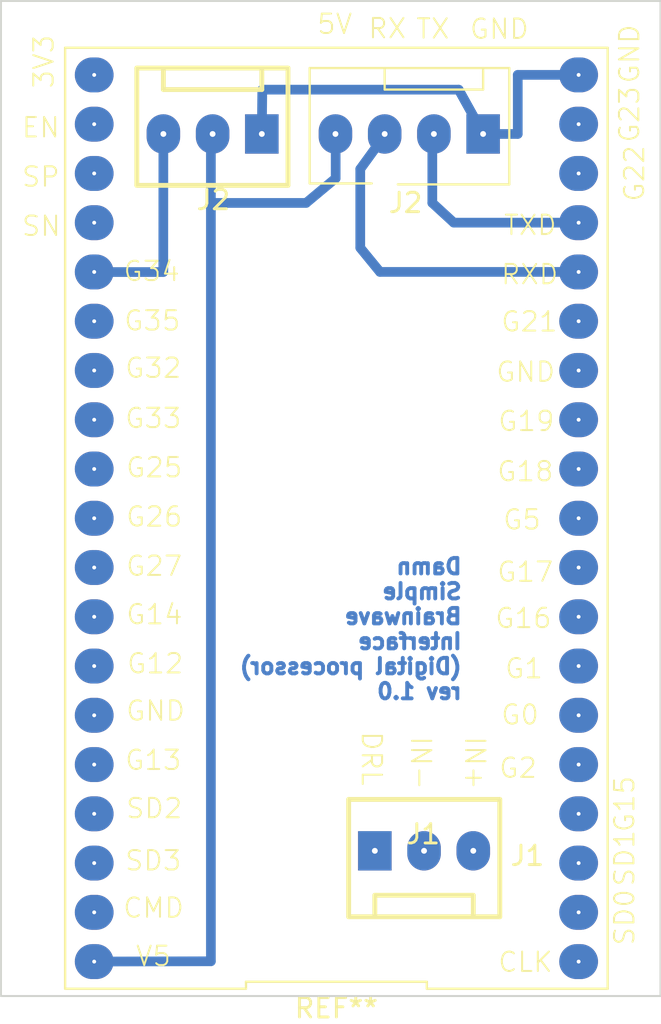
<source format=kicad_pcb>
(kicad_pcb (version 20221018) (generator pcbnew)
  (layers (0 "F.Cu" signal) (31 "B.Cu" signal) (34 "B.Paste" user) (35 "F.Paste" user) (36 "B.SilkS" user "B.Silkscreen") (37 "F.SilkS" user "F.Silkscreen") (38 "B.Mask" user) (39 "F.Mask" user) (44 "Edge.Cuts" user))
  (net 0 "")
  (footprint "Connector:FanPinHeader_1x04_P2.54mm_Vertical" (layer "F.Cu") (at 37.088902 19.300612 180)
    (fp_text reference "J2" (at 4 -3.55 180) (layer "F.SilkS"))
    (fp_text value "~")
    (fp_line (start -1.35 -2.6) (end 4.4 -2.6) (stroke (width 0.12)) (layer "F.SilkS"))
    (fp_line (start -1.35 3.4) (end -1.35 -2.6) (stroke (width 0.12)) (layer "F.SilkS"))
    (fp_line (start 0 2.29) (end 5.08 2.29) (stroke (width 0.12)) (layer "F.SilkS"))
    (fp_line (start 0 3.3) (end 0 2.29) (stroke (width 0.12)) (layer "F.SilkS"))
    (fp_line (start 5.08 2.29) (end 5.08 3.3) (stroke (width 0.12)) (layer "F.SilkS"))
    (fp_line (start 5.75 -2.55) (end 8.95 -2.55) (stroke (width 0.12)) (layer "F.SilkS"))
    (fp_line (start 8.95 -2.55) (end 8.95 3.4) (stroke (width 0.12)) (layer "F.SilkS"))
    (fp_line (start 8.95 3.4) (end -1.35 3.4) (stroke (width 0.12)) (layer "F.SilkS"))
    (pad "" np_thru_hole circle (at 5.08 -2.16 270) (size 1.1 1.1) (drill 1.1) (layers "*.Cu" "*.Mask"))
    (pad "1" thru_hole rect (at 0 0 270) (size 2.03 1.73) (drill 0.3) (layers "*.Cu" "*.Mask"))
    (pad "2" thru_hole oval (at 2.54 0 270) (size 2.03 1.73) (drill 0.3) (layers "*.Cu" "*.Mask"))
    (pad "3" thru_hole oval (at 5.08 0 270) (size 2.03 1.73) (drill 0.3) (layers "*.Cu" "*.Mask"))
    (pad "4" thru_hole oval (at 7.62 0 270) (size 2.03 1.73) (drill 0.3) (layers "*.Cu" "*.Mask"))
  )
  (footprint "Connector:FanPinHeader_1x03_P2.54mm_Vertical" (layer "F.Cu") (at 31.500902 56.263612)
    (fp_text reference "J1" (at 2.5 -0.86) (layer "F.SilkS"))
    (fp_text value "~")
    (fp_text user "${REFERENCE}" (at 7.874 0.254) (layer "F.SilkS"))
    (fp_line (start -1.35 -2.65) (end 6.45 -2.65) (stroke (width 0.25)) (layer "F.SilkS"))
    (fp_line (start -1.35 3.4) (end -1.35 -2.65) (stroke (width 0.25)) (layer "F.SilkS"))
    (fp_line (start 0 2.29) (end 5.08 2.29) (stroke (width 0.25)) (layer "F.SilkS"))
    (fp_line (start 0 3.3) (end 0 2.29) (stroke (width 0.25)) (layer "F.SilkS"))
    (fp_line (start 5.08 2.29) (end 5.08 3.3) (stroke (width 0.25)) (layer "F.SilkS"))
    (fp_line (start 6.45 -2.65) (end 6.45 3.4) (stroke (width 0.25)) (layer "F.SilkS"))
    (fp_line (start 6.45 3.4) (end -1.35 3.4) (stroke (width 0.25)) (layer "F.SilkS"))
    (pad "1" thru_hole rect (at 0 0 90) (size 2.03 1.73) (drill 0.3) (layers "*.Cu" "*.Mask"))
    (pad "2" thru_hole oval (at 2.54 0 90) (size 2.03 1.73) (drill 0.3) (layers "*.Cu" "*.Mask"))
    (pad "3" thru_hole oval (at 5.08 0 90) (size 2.03 1.73) (drill 0.3) (layers "*.Cu" "*.Mask"))
  )
  (footprint "Connector:FanPinHeader_1x03_P2.54mm_Vertical" (layer "F.Cu") (at 25.668902 19.300612 180)
    (fp_text reference "J2" (at 2.5 -3.4) (layer "F.SilkS"))
    (fp_text value "~")
    (fp_line (start -1.35 -2.65) (end 6.45 -2.65) (stroke (width 0.25)) (layer "F.SilkS"))
    (fp_line (start -1.35 3.4) (end -1.35 -2.65) (stroke (width 0.25)) (layer "F.SilkS"))
    (fp_line (start 0 2.29) (end 5.08 2.29) (stroke (width 0.25)) (layer "F.SilkS"))
    (fp_line (start 0 3.3) (end 0 2.29) (stroke (width 0.25)) (layer "F.SilkS"))
    (fp_line (start 5.08 2.29) (end 5.08 3.3) (stroke (width 0.25)) (layer "F.SilkS"))
    (fp_line (start 6.45 -2.65) (end 6.45 3.4) (stroke (width 0.25)) (layer "F.SilkS"))
    (fp_line (start 6.45 3.4) (end -1.35 3.4) (stroke (width 0.25)) (layer "F.SilkS"))
    (pad "1" thru_hole rect (at 0 0 270) (size 2.03 1.73) (drill 0.3) (layers "*.Cu" "*.Mask"))
    (pad "2" thru_hole oval (at 2.54 0 270) (size 2.03 1.73) (drill 0.3) (layers "*.Cu" "*.Mask"))
    (pad "3" thru_hole oval (at 5.08 0 270) (size 2.03 1.73) (drill 0.3) (layers "*.Cu" "*.Mask"))
  )
  (footprint "ESP32_module:ESP32-WROOM-SOCKET" (layer "F.Cu") (at 29.518 39.116)
    (fp_text reference "REF**" (at 0 25.26 180) (layer "F.SilkS"))
    (fp_text value "ESP32-WROOM")
    (fp_text user "3V3" (at -14.517098 -22.101388 90 unlocked) (layer "F.SilkS") (effects (font (thickness 0.1)) (justify left bottom)))
    (fp_text user "SD2" (at -10.922 15.5448 unlocked) (layer "F.SilkS") (effects (font (thickness 0.1)) (justify left bottom)))
    (fp_text user "G27" (at -10.922 3.048 unlocked) (layer "F.SilkS") (effects (font (thickness 0.1)) (justify left bottom)))
    (fp_text user "G25" (at -10.922 -2.032 unlocked) (layer "F.SilkS") (effects (font (thickness 0.1)) (justify left bottom)))
    (fp_text user "G2" (at 8.3312 13.462 unlocked) (layer "F.SilkS") (effects (font (thickness 0.1)) (justify left bottom)))
    (fp_text user "SD1" (at 15.454902 19.046612 90 unlocked) (layer "F.SilkS") (effects (font (thickness 0.1)) (justify left bottom)))
    (fp_text user "TXD" (at 8.5852 -14.5288 unlocked) (layer "F.SilkS") (effects (font (thickness 0.1)) (justify left bottom)))
    (fp_text user "SD0" (at 15.454902 22.094612 90 unlocked) (layer "F.SilkS") (effects (font (thickness 0.1)) (justify left bottom)))
    (fp_text user "G17" (at 8.2296 3.3528 unlocked) (layer "F.SilkS") (effects (font (thickness 0.1)) (justify left bottom)))
    (fp_text user "G16" (at 8.128 5.7404 unlocked) (layer "F.SilkS") (effects (font (thickness 0.1)) (justify left bottom)))
    (fp_text user "CMD" (at -11.0744 20.6756 unlocked) (layer "F.SilkS") (effects (font (thickness 0.1)) (justify left bottom)))
    (fp_text user "G33" (at -10.9728 -4.572 unlocked) (layer "F.SilkS") (effects (font (thickness 0.1)) (justify left bottom)))
    (fp_text user "G5" (at 8.5344 0.6604 unlocked) (layer "F.SilkS") (effects (font (thickness 0.1)) (justify left bottom)))
    (fp_text user "GND" (at 8.1788 -6.9596 unlocked) (layer "F.SilkS") (effects (font (thickness 0.1)) (justify left bottom)))
    (fp_text user "G22" (at 15.962902 -16.259388 90 unlocked) (layer "F.SilkS") (effects (font (thickness 0.1)) (justify left bottom)))
    (fp_text user "CLK" (at 8.2804 23.4696 unlocked) (layer "F.SilkS") (effects (font (thickness 0.1)) (justify left bottom)))
    (fp_text user "V5" (at -10.414 23.1648 unlocked) (layer "F.SilkS") (effects (font (thickness 0.1)) (justify left bottom)))
    (fp_text user "RXD" (at 8.4328 -11.9888 unlocked) (layer "F.SilkS") (effects (font (thickness 0.1)) (justify left bottom)))
    (fp_text user "G23" (at 15.708902 -19.307388 90 unlocked) (layer "F.SilkS") (effects (font (thickness 0.1)) (justify left bottom)))
    (fp_text user "G34" (at -11.057198 -12.152399 unlocked) (layer "F.SilkS") (effects (font (thickness 0.1)) (justify left bottom)))
    (fp_text user "G35" (at -11.0236 -9.6012 unlocked) (layer "F.SilkS") (effects (font (thickness 0.1)) (justify left bottom)))
    (fp_text user "GND" (at 15.708902 -22.355388 90 unlocked) (layer "F.SilkS") (effects (font (thickness 0.1)) (justify left bottom)))
    (fp_text user "SD3" (at -10.9728 18.2372 unlocked) (layer "F.SilkS") (effects (font (thickness 0.1)) (justify left bottom)))
    (fp_text user "G32" (at -10.9728 -7.1628 unlocked) (layer "F.SilkS") (effects (font (thickness 0.1)) (justify left bottom)))
    (fp_text user "G26" (at -10.922 0.508 unlocked) (layer "F.SilkS") (effects (font (thickness 0.1)) (justify left bottom)))
    (fp_text user "G13" (at -10.9728 13.0556 unlocked) (layer "F.SilkS") (effects (font (thickness 0.1)) (justify left bottom)))
    (fp_text user "G15" (at 15.454902 16.252612 90 unlocked) (layer "F.SilkS") (effects (font (thickness 0.1)) (justify left bottom)))
    (fp_text user "G21" (at 8.4328 -9.5504 unlocked) (layer "F.SilkS") (effects (font (thickness 0.1)) (justify left bottom)))
    (fp_text user "G18" (at 8.2296 -1.8288 unlocked) (layer "F.SilkS") (effects (font (thickness 0.1)) (justify left bottom)))
    (fp_text user "SP" (at -16.295098 -17.021388 unlocked) (layer "F.SilkS") (effects (font (thickness 0.1)) (justify left bottom)))
    (fp_text user "G14" (at -10.913315 5.545456 unlocked) (layer "F.SilkS") (effects (font (thickness 0.1)) (justify left bottom)))
    (fp_text user "G1" (at 8.636 8.3312 unlocked) (layer "F.SilkS") (effects (font (thickness 0.1)) (justify left bottom)))
    (fp_text user "G19" (at 8.2804 -4.4196 unlocked) (layer "F.SilkS") (effects (font (thickness 0.1)) (justify left bottom)))
    (fp_text user "EN" (at -16.295098 -19.561388 unlocked) (layer "F.SilkS") (effects (font (thickness 0.1)) (justify left bottom)))
    (fp_text user "SN" (at -16.295098 -14.481388 unlocked) (layer "F.SilkS") (effects (font (thickness 0.1)) (justify left bottom)))
    (fp_text user "G12" (at -10.8712 8.0772 unlocked) (layer "F.SilkS") (effects (font (thickness 0.1)) (justify left bottom)))
    (fp_text user "GND" (at -10.922 10.5156 unlocked) (layer "F.SilkS") (effects (font (thickness 0.1)) (justify left bottom)))
    (fp_text user "G0" (at 8.4328 10.7188 unlocked) (layer "F.SilkS") (effects (font (thickness 0.1)) (justify left bottom)))
    (fp_line (start -14 24.26) (end -4.666666 24.26) (stroke (width 0.12)) (layer "F.SilkS"))
    (fp_line (start -13.999999 -24.26) (end -14 24.26) (stroke (width 0.12)) (layer "F.SilkS"))
    (fp_line (start -4.666666 23.9) (end 4.666666 23.9) (stroke (width 0.12)) (layer "F.SilkS"))
    (fp_line (start -4.666666 24.26) (end -4.666666 23.9) (stroke (width 0.12)) (layer "F.SilkS"))
    (fp_line (start 4.666666 23.9) (end 4.666666 24.26) (stroke (width 0.12)) (layer "F.SilkS"))
    (fp_line (start 4.666666 24.26) (end 13.999999 24.26) (stroke (width 0.12)) (layer "F.SilkS"))
    (fp_line (start 13.999999 24.26) (end 14 -24.26) (stroke (width 0.12)) (layer "F.SilkS"))
    (fp_line (start 14 -24.26) (end -13.999999 -24.26) (stroke (width 0.12)) (layer "F.SilkS"))
    (pad "1" thru_hole oval (at -12.5 -22.86 90) (size 1.8 2) (drill 0.2) (layers "*.Cu" "*.Mask"))
    (pad "2" thru_hole oval (at -12.5 -20.32 90) (size 1.8 2) (drill 0.2) (layers "*.Cu" "*.Mask"))
    (pad "3" thru_hole oval (at -12.5 -17.78 90) (size 1.8 2) (drill 0.2) (layers "*.Cu" "*.Mask"))
    (pad "4" thru_hole oval (at -12.5 -15.24 90) (size 1.8 2) (drill 0.2) (layers "*.Cu" "*.Mask"))
    (pad "5" thru_hole oval (at -12.5 -12.7 90) (size 1.8 2) (drill 0.2) (layers "*.Cu" "*.Mask"))
    (pad "6" thru_hole oval (at -12.5 -10.16 90) (size 1.8 2) (drill 0.2) (layers "*.Cu" "*.Mask"))
    (pad "7" thru_hole oval (at -12.5 -7.62 90) (size 1.8 2) (drill 0.2) (layers "*.Cu" "*.Mask"))
    (pad "8" thru_hole oval (at -12.5 -5.08 90) (size 1.8 2) (drill 0.2) (layers "*.Cu" "*.Mask"))
    (pad "9" thru_hole oval (at -12.5 -2.54 90) (size 1.8 2) (drill 0.2) (layers "*.Cu" "*.Mask"))
    (pad "10" thru_hole oval (at -12.5 0 90) (size 1.8 2) (drill 0.2) (layers "*.Cu" "*.Mask"))
    (pad "11" thru_hole oval (at -12.5 2.54 90) (size 1.8 2) (drill 0.2) (layers "*.Cu" "*.Mask"))
    (pad "12" thru_hole oval (at -12.5 5.08 90) (size 1.8 2) (drill 0.2) (layers "*.Cu" "*.Mask"))
    (pad "13" thru_hole oval (at -12.5 7.62 90) (size 1.8 2) (drill 0.2) (layers "*.Cu" "*.Mask"))
    (pad "14" thru_hole oval (at -12.5 10.16 90) (size 1.8 2) (drill 0.2) (layers "*.Cu" "*.Mask"))
    (pad "15" thru_hole oval (at -12.5 12.7 90) (size 1.8 2) (drill 0.2) (layers "*.Cu" "*.Mask"))
    (pad "16" thru_hole oval (at -12.5 15.24 90) (size 1.8 2) (drill 0.2) (layers "*.Cu" "*.Mask"))
    (pad "17" thru_hole oval (at -12.5 17.78 90) (size 1.8 2) (drill 0.2) (layers "*.Cu" "*.Mask"))
    (pad "18" thru_hole oval (at -12.5 20.32 90) (size 1.8 2) (drill 0.2) (layers "*.Cu" "*.Mask"))
    (pad "19" thru_hole oval (at -12.5 22.86 90) (size 1.8 2) (drill 0.2) (layers "*.Cu" "*.Mask"))
    (pad "20" thru_hole oval (at 12.5 22.86 90) (size 1.8 2) (drill 0.2) (layers "*.Cu" "*.Mask"))
    (pad "21" thru_hole oval (at 12.5 20.32 90) (size 1.8 2) (drill 0.2) (layers "*.Cu" "*.Mask"))
    (pad "22" thru_hole oval (at 12.5 17.78 90) (size 1.8 2) (drill 0.2) (layers "*.Cu" "*.Mask"))
    (pad "23" thru_hole oval (at 12.5 15.24 90) (size 1.8 2) (drill 0.2) (layers "*.Cu" "*.Mask"))
    (pad "24" thru_hole oval (at 12.5 12.7 90) (size 1.8 2) (drill 0.2) (layers "*.Cu" "*.Mask"))
    (pad "25" thru_hole oval (at 12.5 10.16 90) (size 1.8 2) (drill 0.2) (layers "*.Cu" "*.Mask"))
    (pad "26" thru_hole oval (at 12.5 7.62 90) (size 1.8 2) (drill 0.2) (layers "*.Cu" "*.Mask"))
    (pad "27" thru_hole oval (at 12.5 5.08 90) (size 1.8 2) (drill 0.2) (layers "*.Cu" "*.Mask"))
    (pad "28" thru_hole oval (at 12.5 2.54 90) (size 1.8 2) (drill 0.2) (layers "*.Cu" "*.Mask"))
    (pad "29" thru_hole oval (at 12.5 0 90) (size 1.8 2) (drill 0.2) (layers "*.Cu" "*.Mask"))
    (pad "30" thru_hole oval (at 12.5 -2.54 90) (size 1.8 2) (drill 0.2) (layers "*.Cu" "*.Mask"))
    (pad "31" thru_hole oval (at 12.5 -5.08 90) (size 1.8 2) (drill 0.2) (layers "*.Cu" "*.Mask"))
    (pad "32" thru_hole oval (at 12.5 -7.62 90) (size 1.8 2) (drill 0.2) (layers "*.Cu" "*.Mask"))
    (pad "33" thru_hole oval (at 12.5 -10.16 90) (size 1.8 2) (drill 0.2) (layers "*.Cu" "*.Mask"))
    (pad "34" thru_hole oval (at 12.5 -12.7 90) (size 1.8 2) (drill 0.2) (layers "*.Cu" "*.Mask"))
    (pad "35" thru_hole oval (at 12.5 -15.24 90) (size 1.8 2) (drill 0.2) (layers "*.Cu" "*.Mask"))
    (pad "36" thru_hole oval (at 12.5 -17.78 90) (size 1.8 2) (drill 0.2) (layers "*.Cu" "*.Mask"))
    (pad "37" thru_hole oval (at 12.5 -20.32 90) (size 1.8 2) (drill 0.2) (layers "*.Cu" "*.Mask"))
    (pad "38" thru_hole oval (at 12.5 -22.86 90) (size 1.8 2) (drill 0.2) (layers "*.Cu" "*.Mask"))
  )
  (gr_line (start 23.040043 19.300612) (end 23.040043 61.960152) (stroke (width 0.5)) (layer "B.Cu"))
  (gr_line (start 42.051902 26.412612) (end 31.764902 26.412612) (stroke (width 0.5)) (layer "B.Cu"))
  (gr_line (start 41.924902 16.252612) (end 38.876902 16.252612) (stroke (width 0.5)) (layer "B.Cu"))
  (gr_line (start 34.467456 19.106095) (end 34.467456 22.856612) (stroke (width 0.5)) (layer "B.Cu"))
  (gr_line (start 27.954902 22.856612) (end 23.128902 22.856612) (stroke (width 0.5)) (layer "B.Cu"))
  (gr_line (start 29.478902 21.586612) (end 27.954902 22.856612) (stroke (width 0.5)) (layer "B.Cu"))
  (gr_line (start 30.748902 25.172353) (end 31.764902 26.412612) (stroke (width 0.5)) (layer "B.Cu"))
  (gr_line (start 38.876902 16.252612) (end 38.876902 19.300612) (stroke (width 0.5)) (layer "B.Cu"))
  (gr_line (start 32.018902 19.360095) (end 30.748902 21.108353) (stroke (width 0.5)) (layer "B.Cu"))
  (gr_line (start 29.478902 19.300612) (end 29.478902 21.586612) (stroke (width 0.5)) (layer "B.Cu"))
  (gr_line (start 37.098902 19.300612) (end 35.828902 17.014612) (stroke (width 0.5)) (layer "B.Cu"))
  (gr_line (start 38.876902 19.300612) (end 37.098902 19.300612) (stroke (width 0.5)) (layer "B.Cu"))
  (gr_line (start 25.693285 17.014612) (end 25.668902 19.300612) (stroke (width 0.5)) (layer "B.Cu"))
  (gr_line (start 20.584384 26.420614) (end 17.052767 26.420614) (stroke (width 0.5)) (layer "B.Cu"))
  (gr_line (start 20.588902 19.300612) (end 20.584384 26.420614) (stroke (width 0.5)) (layer "B.Cu"))
  (gr_line (start 42.051902 23.872612) (end 35.574902 23.872612) (stroke (width 0.5)) (layer "B.Cu"))
  (gr_line (start 30.748902 21.108353) (end 30.748902 25.142612) (stroke (width 0.5)) (layer "B.Cu"))
  (gr_line (start 35.828902 17.014612) (end 25.693285 17.014612) (stroke (width 0.5)) (layer "B.Cu"))
  (gr_line (start 23.040043 61.960152) (end 16.959542 61.972846) (stroke (width 0.5)) (layer "B.Cu"))
  (gr_line (start 34.467456 22.856612) (end 35.574902 23.872612) (stroke (width 0.5)) (layer "B.Cu"))
  (gr_rect (start 12.206902 12.442612) (end 46.242902 63.750612) (stroke (width 0.1)) (fill none) (layer "Edge.Cuts"))
  (gr_text "Damn\nSimple\nBrainwave\nInterface\n(Digital processor)\nrev 1.0" (at 36.082902 48.510612) (layer "B.Cu") (effects (font (size 0.8 0.8) (thickness 0.2) bold) (justify left bottom mirror)))
  (gr_text "IN+" (at 36.082902 50.288612 270) (layer "F.SilkS") (effects (font (size 1 1) (thickness 0.1)) (justify left bottom)))
  (gr_text "5V" (at 28.462902 14.220612) (layer "F.SilkS") (effects (font (size 1 1) (thickness 0.1)) (justify left bottom)))
  (gr_text "DRL" (at 30.748902 50.034612 -90) (layer "F.SilkS") (effects (font (size 1 1) (thickness 0.1)) (justify left bottom)))
  (gr_text "IN-" (at 33.288902 50.288612 -90) (layer "F.SilkS") (effects (font (size 1 1) (thickness 0.1)) (justify left bottom)))
  (gr_text "TX" (at 33.57101 14.460557) (layer "F.SilkS") (effects (font (size 1 1) (thickness 0.1)) (justify left bottom)))
  (gr_text "RX" (at 31.102007 14.44492) (layer "F.SilkS") (effects (font (size 1 1) (thickness 0.1)) (justify left bottom)))
  (gr_text "GND" (at 36.336902 14.474612) (layer "F.SilkS") (effects (font (size 1 1) (thickness 0.1)) (justify left bottom)))
)
</source>
